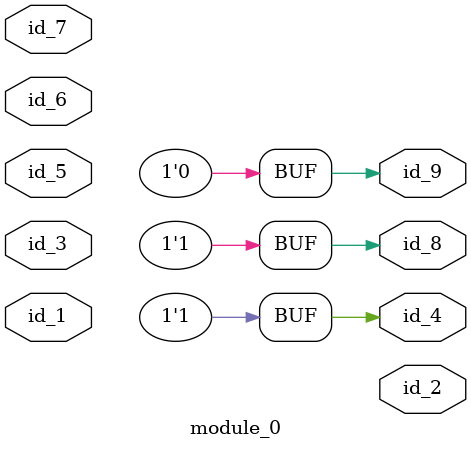
<source format=v>
module module_0 (
    id_1,
    id_2,
    id_3,
    id_4,
    id_5,
    id_6,
    id_7,
    id_8,
    id_9
);
  output id_9;
  output id_8;
  input id_7;
  input id_6;
  input id_5;
  output id_4;
  inout id_3;
  output id_2;
  input id_1;
  initial begin
    #1;
    id_9 <= ~(1);
    id_8 <= 1;
    id_4 <= 1;
  end
endmodule

</source>
